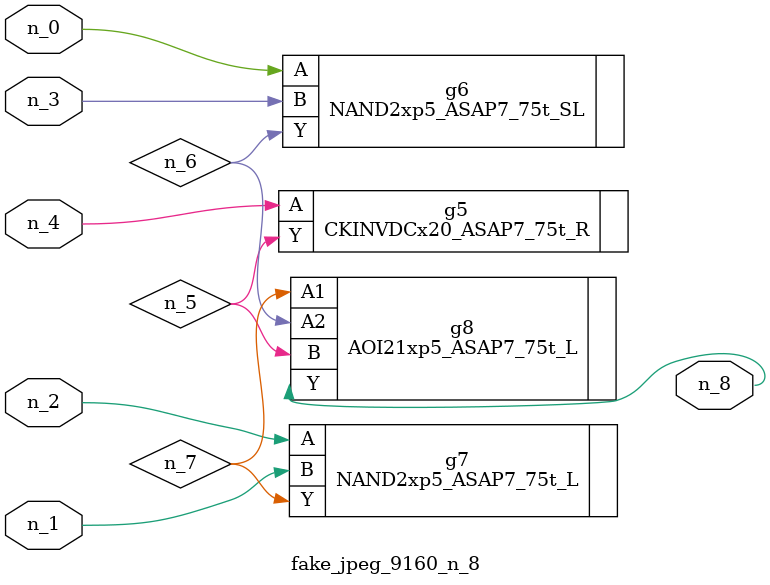
<source format=v>
module fake_jpeg_9160_n_8 (n_3, n_2, n_1, n_0, n_4, n_8);

input n_3;
input n_2;
input n_1;
input n_0;
input n_4;

output n_8;

wire n_6;
wire n_5;
wire n_7;

CKINVDCx20_ASAP7_75t_R g5 ( 
.A(n_4),
.Y(n_5)
);

NAND2xp5_ASAP7_75t_SL g6 ( 
.A(n_0),
.B(n_3),
.Y(n_6)
);

NAND2xp5_ASAP7_75t_L g7 ( 
.A(n_2),
.B(n_1),
.Y(n_7)
);

AOI21xp5_ASAP7_75t_L g8 ( 
.A1(n_7),
.A2(n_6),
.B(n_5),
.Y(n_8)
);


endmodule
</source>
